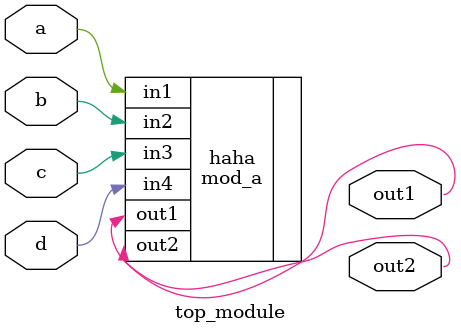
<source format=v>
module top_module ( 
    input a, 
    input b, 
    input c,
    input d,
    output out1,
    output out2
);
    mod_a haha (.out1(out1), .out2(out2), .in1(a), .in2(b), .in3(c), .in4(d));
endmodule

</source>
